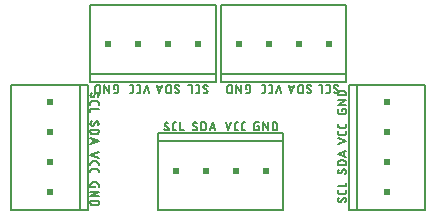
<source format=gto>
G75*
%MOIN*%
%OFA0B0*%
%FSLAX25Y25*%
%IPPOS*%
%LPD*%
%AMOC8*
5,1,8,0,0,1.08239X$1,22.5*
%
%ADD10C,0.00500*%
%ADD11R,0.02000X0.02000*%
D10*
X0001250Y0007485D02*
X0024045Y0007485D01*
X0024045Y0049296D01*
X0026841Y0049296D01*
X0026841Y0007485D01*
X0024045Y0007485D01*
X0027695Y0009819D02*
X0027695Y0010569D01*
X0030395Y0010569D01*
X0030395Y0009819D01*
X0030393Y0009765D01*
X0030387Y0009712D01*
X0030378Y0009660D01*
X0030365Y0009608D01*
X0030348Y0009557D01*
X0030327Y0009507D01*
X0030303Y0009460D01*
X0030276Y0009414D01*
X0030245Y0009370D01*
X0030212Y0009328D01*
X0030175Y0009289D01*
X0030136Y0009252D01*
X0030094Y0009219D01*
X0030050Y0009188D01*
X0030004Y0009161D01*
X0029957Y0009137D01*
X0029907Y0009116D01*
X0029856Y0009099D01*
X0029804Y0009086D01*
X0029752Y0009077D01*
X0029699Y0009071D01*
X0029645Y0009069D01*
X0028445Y0009069D01*
X0028391Y0009071D01*
X0028338Y0009077D01*
X0028286Y0009086D01*
X0028234Y0009099D01*
X0028183Y0009116D01*
X0028133Y0009137D01*
X0028086Y0009161D01*
X0028040Y0009188D01*
X0027996Y0009219D01*
X0027954Y0009252D01*
X0027915Y0009289D01*
X0027878Y0009328D01*
X0027845Y0009370D01*
X0027814Y0009414D01*
X0027787Y0009460D01*
X0027763Y0009507D01*
X0027742Y0009557D01*
X0027725Y0009608D01*
X0027712Y0009660D01*
X0027703Y0009712D01*
X0027697Y0009765D01*
X0027695Y0009819D01*
X0027695Y0012141D02*
X0030395Y0012141D01*
X0030395Y0013641D02*
X0027695Y0013641D01*
X0027695Y0012141D02*
X0030395Y0013641D01*
X0030395Y0015213D02*
X0030395Y0016113D01*
X0030393Y0016160D01*
X0030388Y0016207D01*
X0030378Y0016253D01*
X0030366Y0016298D01*
X0030349Y0016343D01*
X0030330Y0016385D01*
X0030307Y0016426D01*
X0030280Y0016466D01*
X0030251Y0016503D01*
X0030219Y0016537D01*
X0030185Y0016569D01*
X0030148Y0016598D01*
X0030108Y0016625D01*
X0030067Y0016648D01*
X0030025Y0016667D01*
X0029980Y0016684D01*
X0029935Y0016696D01*
X0029889Y0016706D01*
X0029842Y0016711D01*
X0029795Y0016713D01*
X0028295Y0016713D01*
X0028248Y0016711D01*
X0028201Y0016706D01*
X0028155Y0016696D01*
X0028110Y0016684D01*
X0028065Y0016667D01*
X0028023Y0016648D01*
X0027982Y0016625D01*
X0027942Y0016598D01*
X0027905Y0016569D01*
X0027871Y0016537D01*
X0027839Y0016503D01*
X0027810Y0016466D01*
X0027783Y0016426D01*
X0027760Y0016385D01*
X0027741Y0016343D01*
X0027724Y0016298D01*
X0027712Y0016253D01*
X0027702Y0016207D01*
X0027697Y0016160D01*
X0027695Y0016113D01*
X0027695Y0015213D01*
X0029195Y0015213D01*
X0029195Y0015663D01*
X0030395Y0020082D02*
X0030395Y0020682D01*
X0030393Y0020729D01*
X0030388Y0020776D01*
X0030378Y0020822D01*
X0030366Y0020867D01*
X0030349Y0020912D01*
X0030330Y0020954D01*
X0030307Y0020995D01*
X0030280Y0021035D01*
X0030251Y0021072D01*
X0030219Y0021106D01*
X0030185Y0021138D01*
X0030148Y0021167D01*
X0030108Y0021194D01*
X0030067Y0021217D01*
X0030025Y0021236D01*
X0029980Y0021253D01*
X0029935Y0021265D01*
X0029889Y0021275D01*
X0029842Y0021280D01*
X0029795Y0021282D01*
X0028295Y0021282D01*
X0028248Y0021280D01*
X0028201Y0021275D01*
X0028155Y0021265D01*
X0028110Y0021253D01*
X0028065Y0021236D01*
X0028023Y0021217D01*
X0027982Y0021194D01*
X0027942Y0021167D01*
X0027905Y0021138D01*
X0027871Y0021106D01*
X0027839Y0021072D01*
X0027810Y0021035D01*
X0027783Y0020995D01*
X0027760Y0020954D01*
X0027741Y0020912D01*
X0027724Y0020867D01*
X0027712Y0020822D01*
X0027702Y0020776D01*
X0027697Y0020729D01*
X0027695Y0020682D01*
X0027695Y0020082D01*
X0027695Y0022482D02*
X0027695Y0023082D01*
X0027697Y0023129D01*
X0027702Y0023176D01*
X0027712Y0023222D01*
X0027724Y0023267D01*
X0027741Y0023312D01*
X0027760Y0023354D01*
X0027783Y0023395D01*
X0027810Y0023435D01*
X0027839Y0023472D01*
X0027871Y0023506D01*
X0027905Y0023538D01*
X0027942Y0023567D01*
X0027982Y0023594D01*
X0028023Y0023617D01*
X0028065Y0023636D01*
X0028110Y0023653D01*
X0028155Y0023665D01*
X0028201Y0023675D01*
X0028248Y0023680D01*
X0028295Y0023682D01*
X0029795Y0023682D01*
X0029842Y0023680D01*
X0029889Y0023675D01*
X0029935Y0023665D01*
X0029980Y0023653D01*
X0030025Y0023636D01*
X0030067Y0023617D01*
X0030108Y0023594D01*
X0030148Y0023567D01*
X0030185Y0023538D01*
X0030219Y0023506D01*
X0030251Y0023472D01*
X0030280Y0023435D01*
X0030307Y0023395D01*
X0030330Y0023354D01*
X0030349Y0023312D01*
X0030366Y0023267D01*
X0030378Y0023222D01*
X0030388Y0023176D01*
X0030393Y0023129D01*
X0030395Y0023082D01*
X0030395Y0022482D01*
X0030395Y0024899D02*
X0027695Y0025799D01*
X0030395Y0026699D01*
X0028370Y0029863D02*
X0028370Y0031213D01*
X0027695Y0031438D02*
X0030395Y0030538D01*
X0027695Y0029638D01*
X0028445Y0032764D02*
X0029645Y0032764D01*
X0029699Y0032766D01*
X0029752Y0032772D01*
X0029804Y0032781D01*
X0029856Y0032794D01*
X0029907Y0032811D01*
X0029957Y0032832D01*
X0030004Y0032856D01*
X0030050Y0032883D01*
X0030094Y0032914D01*
X0030136Y0032947D01*
X0030175Y0032984D01*
X0030212Y0033023D01*
X0030245Y0033065D01*
X0030276Y0033109D01*
X0030303Y0033155D01*
X0030327Y0033202D01*
X0030348Y0033252D01*
X0030365Y0033303D01*
X0030378Y0033355D01*
X0030387Y0033407D01*
X0030393Y0033460D01*
X0030395Y0033514D01*
X0030395Y0034264D01*
X0027695Y0034264D01*
X0027695Y0033514D01*
X0027697Y0033460D01*
X0027703Y0033407D01*
X0027712Y0033355D01*
X0027725Y0033303D01*
X0027742Y0033252D01*
X0027763Y0033202D01*
X0027787Y0033155D01*
X0027814Y0033109D01*
X0027845Y0033065D01*
X0027878Y0033023D01*
X0027915Y0032984D01*
X0027954Y0032947D01*
X0027996Y0032914D01*
X0028040Y0032883D01*
X0028086Y0032856D01*
X0028133Y0032832D01*
X0028183Y0032811D01*
X0028234Y0032794D01*
X0028286Y0032781D01*
X0028338Y0032772D01*
X0028391Y0032766D01*
X0028445Y0032764D01*
X0028820Y0035944D02*
X0029270Y0036769D01*
X0030395Y0036469D02*
X0030393Y0036403D01*
X0030387Y0036338D01*
X0030378Y0036273D01*
X0030364Y0036208D01*
X0030347Y0036145D01*
X0030326Y0036082D01*
X0030302Y0036021D01*
X0030274Y0035962D01*
X0030243Y0035904D01*
X0030208Y0035848D01*
X0030170Y0035794D01*
X0029270Y0036768D02*
X0029297Y0036809D01*
X0029326Y0036848D01*
X0029359Y0036884D01*
X0029394Y0036917D01*
X0029432Y0036948D01*
X0029472Y0036975D01*
X0029514Y0036999D01*
X0029558Y0037020D01*
X0029604Y0037037D01*
X0029650Y0037051D01*
X0029698Y0037060D01*
X0029746Y0037066D01*
X0029795Y0037068D01*
X0029795Y0037069D02*
X0029842Y0037067D01*
X0029889Y0037062D01*
X0029935Y0037052D01*
X0029980Y0037040D01*
X0030025Y0037023D01*
X0030067Y0037004D01*
X0030108Y0036981D01*
X0030148Y0036954D01*
X0030185Y0036925D01*
X0030219Y0036893D01*
X0030251Y0036859D01*
X0030280Y0036822D01*
X0030307Y0036782D01*
X0030330Y0036741D01*
X0030349Y0036699D01*
X0030366Y0036654D01*
X0030378Y0036609D01*
X0030388Y0036563D01*
X0030393Y0036516D01*
X0030395Y0036469D01*
X0028071Y0037144D02*
X0028025Y0037095D01*
X0027981Y0037045D01*
X0027940Y0036992D01*
X0027903Y0036937D01*
X0027868Y0036881D01*
X0027836Y0036822D01*
X0027807Y0036762D01*
X0027781Y0036700D01*
X0027759Y0036638D01*
X0027740Y0036574D01*
X0027724Y0036509D01*
X0027712Y0036443D01*
X0027703Y0036377D01*
X0027698Y0036311D01*
X0027696Y0036244D01*
X0027695Y0036244D02*
X0027697Y0036197D01*
X0027702Y0036150D01*
X0027712Y0036104D01*
X0027724Y0036059D01*
X0027741Y0036014D01*
X0027760Y0035972D01*
X0027783Y0035931D01*
X0027810Y0035891D01*
X0027839Y0035854D01*
X0027871Y0035820D01*
X0027905Y0035788D01*
X0027942Y0035759D01*
X0027982Y0035732D01*
X0028023Y0035709D01*
X0028065Y0035690D01*
X0028110Y0035673D01*
X0028155Y0035661D01*
X0028201Y0035651D01*
X0028248Y0035646D01*
X0028295Y0035644D01*
X0028344Y0035646D01*
X0028392Y0035652D01*
X0028440Y0035661D01*
X0028486Y0035675D01*
X0028532Y0035692D01*
X0028576Y0035713D01*
X0028618Y0035737D01*
X0028658Y0035764D01*
X0028696Y0035795D01*
X0028731Y0035828D01*
X0028764Y0035864D01*
X0028793Y0035903D01*
X0028820Y0035944D01*
X0027695Y0040146D02*
X0027695Y0041346D01*
X0030395Y0041346D01*
X0030395Y0042663D02*
X0030395Y0043263D01*
X0030393Y0043310D01*
X0030388Y0043357D01*
X0030378Y0043403D01*
X0030366Y0043448D01*
X0030349Y0043493D01*
X0030330Y0043535D01*
X0030307Y0043576D01*
X0030280Y0043616D01*
X0030251Y0043653D01*
X0030219Y0043687D01*
X0030185Y0043719D01*
X0030148Y0043748D01*
X0030108Y0043775D01*
X0030067Y0043798D01*
X0030025Y0043817D01*
X0029980Y0043834D01*
X0029935Y0043846D01*
X0029889Y0043856D01*
X0029842Y0043861D01*
X0029795Y0043863D01*
X0028295Y0043863D01*
X0028248Y0043861D01*
X0028201Y0043856D01*
X0028155Y0043846D01*
X0028110Y0043834D01*
X0028065Y0043817D01*
X0028023Y0043798D01*
X0027982Y0043775D01*
X0027942Y0043748D01*
X0027905Y0043719D01*
X0027871Y0043687D01*
X0027839Y0043653D01*
X0027810Y0043616D01*
X0027783Y0043576D01*
X0027760Y0043535D01*
X0027741Y0043493D01*
X0027724Y0043448D01*
X0027712Y0043403D01*
X0027702Y0043357D01*
X0027697Y0043310D01*
X0027695Y0043263D01*
X0027695Y0042663D01*
X0028820Y0045435D02*
X0029270Y0046260D01*
X0030395Y0045960D02*
X0030393Y0045894D01*
X0030387Y0045829D01*
X0030378Y0045764D01*
X0030364Y0045699D01*
X0030347Y0045636D01*
X0030326Y0045573D01*
X0030302Y0045512D01*
X0030274Y0045453D01*
X0030243Y0045395D01*
X0030208Y0045339D01*
X0030170Y0045285D01*
X0029270Y0046259D02*
X0029297Y0046300D01*
X0029326Y0046339D01*
X0029359Y0046375D01*
X0029394Y0046408D01*
X0029432Y0046439D01*
X0029472Y0046466D01*
X0029514Y0046490D01*
X0029558Y0046511D01*
X0029604Y0046528D01*
X0029650Y0046542D01*
X0029698Y0046551D01*
X0029746Y0046557D01*
X0029795Y0046559D01*
X0029973Y0046541D02*
X0030723Y0046541D01*
X0030723Y0049241D01*
X0029973Y0049241D01*
X0029919Y0049239D01*
X0029866Y0049233D01*
X0029814Y0049224D01*
X0029762Y0049211D01*
X0029711Y0049194D01*
X0029661Y0049173D01*
X0029614Y0049149D01*
X0029568Y0049122D01*
X0029524Y0049091D01*
X0029482Y0049058D01*
X0029443Y0049021D01*
X0029406Y0048982D01*
X0029373Y0048940D01*
X0029342Y0048896D01*
X0029315Y0048850D01*
X0029291Y0048803D01*
X0029270Y0048753D01*
X0029253Y0048702D01*
X0029240Y0048650D01*
X0029231Y0048598D01*
X0029225Y0048545D01*
X0029223Y0048491D01*
X0029223Y0047291D01*
X0029225Y0047237D01*
X0029231Y0047184D01*
X0029240Y0047132D01*
X0029253Y0047080D01*
X0029270Y0047029D01*
X0029291Y0046979D01*
X0029315Y0046932D01*
X0029342Y0046886D01*
X0029373Y0046842D01*
X0029406Y0046800D01*
X0029443Y0046761D01*
X0029482Y0046724D01*
X0029524Y0046691D01*
X0029568Y0046660D01*
X0029614Y0046633D01*
X0029661Y0046609D01*
X0029711Y0046588D01*
X0029762Y0046571D01*
X0029814Y0046558D01*
X0029866Y0046549D01*
X0029919Y0046543D01*
X0029973Y0046541D01*
X0029795Y0046560D02*
X0029842Y0046558D01*
X0029889Y0046553D01*
X0029935Y0046543D01*
X0029980Y0046531D01*
X0030025Y0046514D01*
X0030067Y0046495D01*
X0030108Y0046472D01*
X0030148Y0046445D01*
X0030185Y0046416D01*
X0030219Y0046384D01*
X0030251Y0046350D01*
X0030280Y0046313D01*
X0030307Y0046273D01*
X0030330Y0046232D01*
X0030349Y0046190D01*
X0030366Y0046145D01*
X0030378Y0046100D01*
X0030388Y0046054D01*
X0030393Y0046007D01*
X0030395Y0045960D01*
X0028071Y0046635D02*
X0028025Y0046586D01*
X0027981Y0046536D01*
X0027940Y0046483D01*
X0027903Y0046428D01*
X0027868Y0046372D01*
X0027836Y0046313D01*
X0027807Y0046253D01*
X0027781Y0046191D01*
X0027759Y0046129D01*
X0027740Y0046065D01*
X0027724Y0046000D01*
X0027712Y0045934D01*
X0027703Y0045868D01*
X0027698Y0045802D01*
X0027696Y0045735D01*
X0027695Y0045735D02*
X0027697Y0045688D01*
X0027702Y0045641D01*
X0027712Y0045595D01*
X0027724Y0045550D01*
X0027741Y0045505D01*
X0027760Y0045463D01*
X0027783Y0045422D01*
X0027810Y0045382D01*
X0027839Y0045345D01*
X0027871Y0045311D01*
X0027905Y0045279D01*
X0027942Y0045250D01*
X0027982Y0045223D01*
X0028023Y0045200D01*
X0028065Y0045181D01*
X0028110Y0045164D01*
X0028155Y0045152D01*
X0028201Y0045142D01*
X0028248Y0045137D01*
X0028295Y0045135D01*
X0028344Y0045137D01*
X0028392Y0045143D01*
X0028440Y0045152D01*
X0028486Y0045166D01*
X0028532Y0045183D01*
X0028576Y0045204D01*
X0028618Y0045228D01*
X0028658Y0045255D01*
X0028696Y0045286D01*
X0028731Y0045319D01*
X0028764Y0045355D01*
X0028793Y0045394D01*
X0028820Y0045435D01*
X0032295Y0046541D02*
X0032295Y0049241D01*
X0033795Y0046541D01*
X0033795Y0049241D01*
X0035367Y0049241D02*
X0036267Y0049241D01*
X0036314Y0049239D01*
X0036361Y0049234D01*
X0036407Y0049224D01*
X0036452Y0049212D01*
X0036497Y0049195D01*
X0036539Y0049176D01*
X0036580Y0049153D01*
X0036620Y0049126D01*
X0036657Y0049097D01*
X0036691Y0049065D01*
X0036723Y0049031D01*
X0036752Y0048994D01*
X0036779Y0048954D01*
X0036802Y0048913D01*
X0036821Y0048871D01*
X0036838Y0048826D01*
X0036850Y0048781D01*
X0036860Y0048735D01*
X0036865Y0048688D01*
X0036867Y0048641D01*
X0036867Y0047141D01*
X0036865Y0047094D01*
X0036860Y0047047D01*
X0036850Y0047001D01*
X0036838Y0046956D01*
X0036821Y0046911D01*
X0036802Y0046869D01*
X0036779Y0046828D01*
X0036752Y0046788D01*
X0036723Y0046751D01*
X0036691Y0046717D01*
X0036657Y0046685D01*
X0036620Y0046656D01*
X0036580Y0046629D01*
X0036539Y0046606D01*
X0036497Y0046587D01*
X0036452Y0046570D01*
X0036407Y0046558D01*
X0036361Y0046548D01*
X0036314Y0046543D01*
X0036267Y0046541D01*
X0035367Y0046541D01*
X0035367Y0047741D02*
X0035367Y0049241D01*
X0035367Y0047741D02*
X0035817Y0047741D01*
X0040736Y0046541D02*
X0041336Y0046541D01*
X0041383Y0046543D01*
X0041430Y0046548D01*
X0041476Y0046558D01*
X0041521Y0046570D01*
X0041566Y0046587D01*
X0041608Y0046606D01*
X0041649Y0046629D01*
X0041689Y0046656D01*
X0041726Y0046685D01*
X0041760Y0046717D01*
X0041792Y0046751D01*
X0041821Y0046788D01*
X0041848Y0046828D01*
X0041871Y0046869D01*
X0041890Y0046911D01*
X0041907Y0046956D01*
X0041919Y0047001D01*
X0041929Y0047047D01*
X0041934Y0047094D01*
X0041936Y0047141D01*
X0041936Y0048641D01*
X0041934Y0048688D01*
X0041929Y0048735D01*
X0041919Y0048781D01*
X0041907Y0048826D01*
X0041890Y0048871D01*
X0041871Y0048913D01*
X0041848Y0048954D01*
X0041821Y0048994D01*
X0041792Y0049031D01*
X0041760Y0049065D01*
X0041726Y0049097D01*
X0041689Y0049126D01*
X0041649Y0049153D01*
X0041608Y0049176D01*
X0041566Y0049195D01*
X0041521Y0049212D01*
X0041476Y0049224D01*
X0041430Y0049234D01*
X0041383Y0049239D01*
X0041336Y0049241D01*
X0040736Y0049241D01*
X0043136Y0049241D02*
X0043736Y0049241D01*
X0043783Y0049239D01*
X0043830Y0049234D01*
X0043876Y0049224D01*
X0043921Y0049212D01*
X0043966Y0049195D01*
X0044008Y0049176D01*
X0044049Y0049153D01*
X0044089Y0049126D01*
X0044126Y0049097D01*
X0044160Y0049065D01*
X0044192Y0049031D01*
X0044221Y0048994D01*
X0044248Y0048954D01*
X0044271Y0048913D01*
X0044290Y0048871D01*
X0044307Y0048826D01*
X0044319Y0048781D01*
X0044329Y0048735D01*
X0044334Y0048688D01*
X0044336Y0048641D01*
X0044336Y0047141D01*
X0044334Y0047094D01*
X0044329Y0047047D01*
X0044319Y0047001D01*
X0044307Y0046956D01*
X0044290Y0046911D01*
X0044271Y0046869D01*
X0044248Y0046828D01*
X0044221Y0046788D01*
X0044192Y0046751D01*
X0044160Y0046717D01*
X0044126Y0046685D01*
X0044089Y0046656D01*
X0044049Y0046629D01*
X0044008Y0046606D01*
X0043966Y0046587D01*
X0043921Y0046570D01*
X0043876Y0046558D01*
X0043830Y0046548D01*
X0043783Y0046543D01*
X0043736Y0046541D01*
X0043136Y0046541D01*
X0045554Y0046541D02*
X0046454Y0049241D01*
X0047354Y0046541D01*
X0050017Y0048566D02*
X0051367Y0048566D01*
X0051592Y0049241D02*
X0050692Y0046541D01*
X0049792Y0049241D01*
X0052918Y0048491D02*
X0052918Y0047291D01*
X0052920Y0047237D01*
X0052926Y0047184D01*
X0052935Y0047132D01*
X0052948Y0047080D01*
X0052965Y0047029D01*
X0052986Y0046979D01*
X0053010Y0046932D01*
X0053037Y0046886D01*
X0053068Y0046842D01*
X0053101Y0046800D01*
X0053138Y0046761D01*
X0053177Y0046724D01*
X0053219Y0046691D01*
X0053263Y0046660D01*
X0053309Y0046633D01*
X0053356Y0046609D01*
X0053406Y0046588D01*
X0053457Y0046571D01*
X0053509Y0046558D01*
X0053561Y0046549D01*
X0053614Y0046543D01*
X0053668Y0046541D01*
X0054418Y0046541D01*
X0054418Y0049241D01*
X0053668Y0049241D01*
X0053614Y0049239D01*
X0053561Y0049233D01*
X0053509Y0049224D01*
X0053457Y0049211D01*
X0053406Y0049194D01*
X0053356Y0049173D01*
X0053309Y0049149D01*
X0053263Y0049122D01*
X0053219Y0049091D01*
X0053177Y0049058D01*
X0053138Y0049021D01*
X0053101Y0048982D01*
X0053068Y0048940D01*
X0053037Y0048896D01*
X0053010Y0048850D01*
X0052986Y0048803D01*
X0052965Y0048753D01*
X0052948Y0048702D01*
X0052935Y0048650D01*
X0052926Y0048598D01*
X0052920Y0048545D01*
X0052918Y0048491D01*
X0056098Y0048116D02*
X0056923Y0047666D01*
X0056623Y0046541D02*
X0056557Y0046543D01*
X0056492Y0046549D01*
X0056427Y0046558D01*
X0056362Y0046572D01*
X0056299Y0046589D01*
X0056236Y0046610D01*
X0056175Y0046634D01*
X0056116Y0046662D01*
X0056058Y0046693D01*
X0056002Y0046728D01*
X0055948Y0046766D01*
X0056923Y0047666D02*
X0056964Y0047639D01*
X0057003Y0047610D01*
X0057039Y0047577D01*
X0057072Y0047542D01*
X0057103Y0047504D01*
X0057130Y0047464D01*
X0057154Y0047422D01*
X0057175Y0047378D01*
X0057192Y0047332D01*
X0057206Y0047286D01*
X0057215Y0047238D01*
X0057221Y0047190D01*
X0057223Y0047141D01*
X0057221Y0047094D01*
X0057216Y0047047D01*
X0057206Y0047001D01*
X0057194Y0046956D01*
X0057177Y0046911D01*
X0057158Y0046869D01*
X0057135Y0046828D01*
X0057108Y0046788D01*
X0057079Y0046751D01*
X0057047Y0046717D01*
X0057013Y0046685D01*
X0056976Y0046656D01*
X0056936Y0046629D01*
X0056895Y0046606D01*
X0056853Y0046587D01*
X0056808Y0046570D01*
X0056763Y0046558D01*
X0056717Y0046548D01*
X0056670Y0046543D01*
X0056623Y0046541D01*
X0057298Y0048865D02*
X0057249Y0048911D01*
X0057199Y0048955D01*
X0057146Y0048996D01*
X0057091Y0049033D01*
X0057035Y0049068D01*
X0056976Y0049100D01*
X0056916Y0049129D01*
X0056854Y0049155D01*
X0056792Y0049177D01*
X0056728Y0049196D01*
X0056663Y0049212D01*
X0056597Y0049224D01*
X0056531Y0049233D01*
X0056465Y0049238D01*
X0056398Y0049240D01*
X0056398Y0049241D02*
X0056351Y0049239D01*
X0056304Y0049234D01*
X0056258Y0049224D01*
X0056213Y0049212D01*
X0056168Y0049195D01*
X0056126Y0049176D01*
X0056085Y0049153D01*
X0056045Y0049126D01*
X0056008Y0049097D01*
X0055974Y0049065D01*
X0055942Y0049031D01*
X0055913Y0048994D01*
X0055886Y0048954D01*
X0055863Y0048913D01*
X0055844Y0048871D01*
X0055827Y0048826D01*
X0055815Y0048781D01*
X0055805Y0048735D01*
X0055800Y0048688D01*
X0055798Y0048641D01*
X0055799Y0048641D02*
X0055801Y0048592D01*
X0055807Y0048544D01*
X0055816Y0048496D01*
X0055830Y0048450D01*
X0055847Y0048404D01*
X0055868Y0048360D01*
X0055892Y0048318D01*
X0055919Y0048278D01*
X0055950Y0048240D01*
X0055983Y0048205D01*
X0056019Y0048172D01*
X0056058Y0048143D01*
X0056099Y0048116D01*
X0060301Y0049241D02*
X0061501Y0049241D01*
X0061501Y0046541D01*
X0062818Y0046541D02*
X0063418Y0046541D01*
X0063465Y0046543D01*
X0063512Y0046548D01*
X0063558Y0046558D01*
X0063603Y0046570D01*
X0063648Y0046587D01*
X0063690Y0046606D01*
X0063731Y0046629D01*
X0063771Y0046656D01*
X0063808Y0046685D01*
X0063842Y0046717D01*
X0063874Y0046751D01*
X0063903Y0046788D01*
X0063930Y0046828D01*
X0063953Y0046869D01*
X0063972Y0046911D01*
X0063989Y0046956D01*
X0064001Y0047001D01*
X0064011Y0047047D01*
X0064016Y0047094D01*
X0064018Y0047141D01*
X0064018Y0048641D01*
X0064016Y0048688D01*
X0064011Y0048735D01*
X0064001Y0048781D01*
X0063989Y0048826D01*
X0063972Y0048871D01*
X0063953Y0048913D01*
X0063930Y0048954D01*
X0063903Y0048994D01*
X0063874Y0049031D01*
X0063842Y0049065D01*
X0063808Y0049097D01*
X0063771Y0049126D01*
X0063731Y0049153D01*
X0063690Y0049176D01*
X0063648Y0049195D01*
X0063603Y0049212D01*
X0063558Y0049224D01*
X0063512Y0049234D01*
X0063465Y0049239D01*
X0063418Y0049241D01*
X0062818Y0049241D01*
X0065589Y0048116D02*
X0066414Y0047666D01*
X0066114Y0046541D02*
X0066048Y0046543D01*
X0065983Y0046549D01*
X0065918Y0046558D01*
X0065853Y0046572D01*
X0065790Y0046589D01*
X0065727Y0046610D01*
X0065666Y0046634D01*
X0065607Y0046662D01*
X0065549Y0046693D01*
X0065493Y0046728D01*
X0065439Y0046766D01*
X0066414Y0047666D02*
X0066455Y0047639D01*
X0066494Y0047610D01*
X0066530Y0047577D01*
X0066563Y0047542D01*
X0066594Y0047504D01*
X0066621Y0047464D01*
X0066645Y0047422D01*
X0066666Y0047378D01*
X0066683Y0047332D01*
X0066697Y0047286D01*
X0066706Y0047238D01*
X0066712Y0047190D01*
X0066714Y0047141D01*
X0066712Y0047094D01*
X0066707Y0047047D01*
X0066697Y0047001D01*
X0066685Y0046956D01*
X0066668Y0046911D01*
X0066649Y0046869D01*
X0066626Y0046828D01*
X0066599Y0046788D01*
X0066570Y0046751D01*
X0066538Y0046717D01*
X0066504Y0046685D01*
X0066467Y0046656D01*
X0066427Y0046629D01*
X0066386Y0046606D01*
X0066344Y0046587D01*
X0066299Y0046570D01*
X0066254Y0046558D01*
X0066208Y0046548D01*
X0066161Y0046543D01*
X0066114Y0046541D01*
X0066789Y0048865D02*
X0066740Y0048911D01*
X0066690Y0048955D01*
X0066637Y0048996D01*
X0066582Y0049033D01*
X0066526Y0049068D01*
X0066467Y0049100D01*
X0066407Y0049129D01*
X0066345Y0049155D01*
X0066283Y0049177D01*
X0066219Y0049196D01*
X0066154Y0049212D01*
X0066088Y0049224D01*
X0066022Y0049233D01*
X0065956Y0049238D01*
X0065889Y0049240D01*
X0065889Y0049241D02*
X0065842Y0049239D01*
X0065795Y0049234D01*
X0065749Y0049224D01*
X0065704Y0049212D01*
X0065659Y0049195D01*
X0065617Y0049176D01*
X0065576Y0049153D01*
X0065536Y0049126D01*
X0065499Y0049097D01*
X0065465Y0049065D01*
X0065433Y0049031D01*
X0065404Y0048994D01*
X0065377Y0048954D01*
X0065354Y0048913D01*
X0065335Y0048871D01*
X0065318Y0048826D01*
X0065306Y0048781D01*
X0065296Y0048735D01*
X0065291Y0048688D01*
X0065289Y0048641D01*
X0065290Y0048641D02*
X0065292Y0048592D01*
X0065298Y0048544D01*
X0065307Y0048496D01*
X0065321Y0048450D01*
X0065338Y0048404D01*
X0065359Y0048360D01*
X0065383Y0048318D01*
X0065410Y0048278D01*
X0065441Y0048240D01*
X0065474Y0048205D01*
X0065510Y0048172D01*
X0065549Y0048143D01*
X0065590Y0048116D01*
X0069451Y0050095D02*
X0027640Y0050095D01*
X0027640Y0052891D01*
X0069451Y0052891D01*
X0069451Y0050095D01*
X0071140Y0050095D02*
X0071140Y0052891D01*
X0112951Y0052891D01*
X0112951Y0050095D01*
X0071140Y0050095D01*
X0073223Y0048491D02*
X0073223Y0047291D01*
X0073225Y0047237D01*
X0073231Y0047184D01*
X0073240Y0047132D01*
X0073253Y0047080D01*
X0073270Y0047029D01*
X0073291Y0046979D01*
X0073315Y0046932D01*
X0073342Y0046886D01*
X0073373Y0046842D01*
X0073406Y0046800D01*
X0073443Y0046761D01*
X0073482Y0046724D01*
X0073524Y0046691D01*
X0073568Y0046660D01*
X0073614Y0046633D01*
X0073661Y0046609D01*
X0073711Y0046588D01*
X0073762Y0046571D01*
X0073814Y0046558D01*
X0073866Y0046549D01*
X0073919Y0046543D01*
X0073973Y0046541D01*
X0074723Y0046541D01*
X0074723Y0049241D01*
X0073973Y0049241D01*
X0073919Y0049239D01*
X0073866Y0049233D01*
X0073814Y0049224D01*
X0073762Y0049211D01*
X0073711Y0049194D01*
X0073661Y0049173D01*
X0073614Y0049149D01*
X0073568Y0049122D01*
X0073524Y0049091D01*
X0073482Y0049058D01*
X0073443Y0049021D01*
X0073406Y0048982D01*
X0073373Y0048940D01*
X0073342Y0048896D01*
X0073315Y0048850D01*
X0073291Y0048803D01*
X0073270Y0048753D01*
X0073253Y0048702D01*
X0073240Y0048650D01*
X0073231Y0048598D01*
X0073225Y0048545D01*
X0073223Y0048491D01*
X0076295Y0049241D02*
X0076295Y0046541D01*
X0077795Y0046541D02*
X0076295Y0049241D01*
X0077795Y0049241D02*
X0077795Y0046541D01*
X0079367Y0046541D02*
X0080267Y0046541D01*
X0080314Y0046543D01*
X0080361Y0046548D01*
X0080407Y0046558D01*
X0080452Y0046570D01*
X0080497Y0046587D01*
X0080539Y0046606D01*
X0080580Y0046629D01*
X0080620Y0046656D01*
X0080657Y0046685D01*
X0080691Y0046717D01*
X0080723Y0046751D01*
X0080752Y0046788D01*
X0080779Y0046828D01*
X0080802Y0046869D01*
X0080821Y0046911D01*
X0080838Y0046956D01*
X0080850Y0047001D01*
X0080860Y0047047D01*
X0080865Y0047094D01*
X0080867Y0047141D01*
X0080867Y0048641D01*
X0080865Y0048688D01*
X0080860Y0048735D01*
X0080850Y0048781D01*
X0080838Y0048826D01*
X0080821Y0048871D01*
X0080802Y0048913D01*
X0080779Y0048954D01*
X0080752Y0048994D01*
X0080723Y0049031D01*
X0080691Y0049065D01*
X0080657Y0049097D01*
X0080620Y0049126D01*
X0080580Y0049153D01*
X0080539Y0049176D01*
X0080497Y0049195D01*
X0080452Y0049212D01*
X0080407Y0049224D01*
X0080361Y0049234D01*
X0080314Y0049239D01*
X0080267Y0049241D01*
X0079367Y0049241D01*
X0079367Y0047741D01*
X0079817Y0047741D01*
X0084736Y0046541D02*
X0085336Y0046541D01*
X0085383Y0046543D01*
X0085430Y0046548D01*
X0085476Y0046558D01*
X0085521Y0046570D01*
X0085566Y0046587D01*
X0085608Y0046606D01*
X0085649Y0046629D01*
X0085689Y0046656D01*
X0085726Y0046685D01*
X0085760Y0046717D01*
X0085792Y0046751D01*
X0085821Y0046788D01*
X0085848Y0046828D01*
X0085871Y0046869D01*
X0085890Y0046911D01*
X0085907Y0046956D01*
X0085919Y0047001D01*
X0085929Y0047047D01*
X0085934Y0047094D01*
X0085936Y0047141D01*
X0085936Y0048641D01*
X0085934Y0048688D01*
X0085929Y0048735D01*
X0085919Y0048781D01*
X0085907Y0048826D01*
X0085890Y0048871D01*
X0085871Y0048913D01*
X0085848Y0048954D01*
X0085821Y0048994D01*
X0085792Y0049031D01*
X0085760Y0049065D01*
X0085726Y0049097D01*
X0085689Y0049126D01*
X0085649Y0049153D01*
X0085608Y0049176D01*
X0085566Y0049195D01*
X0085521Y0049212D01*
X0085476Y0049224D01*
X0085430Y0049234D01*
X0085383Y0049239D01*
X0085336Y0049241D01*
X0084736Y0049241D01*
X0087136Y0049241D02*
X0087736Y0049241D01*
X0087783Y0049239D01*
X0087830Y0049234D01*
X0087876Y0049224D01*
X0087921Y0049212D01*
X0087966Y0049195D01*
X0088008Y0049176D01*
X0088049Y0049153D01*
X0088089Y0049126D01*
X0088126Y0049097D01*
X0088160Y0049065D01*
X0088192Y0049031D01*
X0088221Y0048994D01*
X0088248Y0048954D01*
X0088271Y0048913D01*
X0088290Y0048871D01*
X0088307Y0048826D01*
X0088319Y0048781D01*
X0088329Y0048735D01*
X0088334Y0048688D01*
X0088336Y0048641D01*
X0088336Y0047141D01*
X0088334Y0047094D01*
X0088329Y0047047D01*
X0088319Y0047001D01*
X0088307Y0046956D01*
X0088290Y0046911D01*
X0088271Y0046869D01*
X0088248Y0046828D01*
X0088221Y0046788D01*
X0088192Y0046751D01*
X0088160Y0046717D01*
X0088126Y0046685D01*
X0088089Y0046656D01*
X0088049Y0046629D01*
X0088008Y0046606D01*
X0087966Y0046587D01*
X0087921Y0046570D01*
X0087876Y0046558D01*
X0087830Y0046548D01*
X0087783Y0046543D01*
X0087736Y0046541D01*
X0087136Y0046541D01*
X0089554Y0046541D02*
X0090454Y0049241D01*
X0091354Y0046541D01*
X0094017Y0048566D02*
X0095367Y0048566D01*
X0095592Y0049241D02*
X0094692Y0046541D01*
X0093792Y0049241D01*
X0096918Y0048491D02*
X0096918Y0047291D01*
X0096920Y0047237D01*
X0096926Y0047184D01*
X0096935Y0047132D01*
X0096948Y0047080D01*
X0096965Y0047029D01*
X0096986Y0046979D01*
X0097010Y0046932D01*
X0097037Y0046886D01*
X0097068Y0046842D01*
X0097101Y0046800D01*
X0097138Y0046761D01*
X0097177Y0046724D01*
X0097219Y0046691D01*
X0097263Y0046660D01*
X0097309Y0046633D01*
X0097356Y0046609D01*
X0097406Y0046588D01*
X0097457Y0046571D01*
X0097509Y0046558D01*
X0097561Y0046549D01*
X0097614Y0046543D01*
X0097668Y0046541D01*
X0098418Y0046541D01*
X0098418Y0049241D01*
X0097668Y0049241D01*
X0097614Y0049239D01*
X0097561Y0049233D01*
X0097509Y0049224D01*
X0097457Y0049211D01*
X0097406Y0049194D01*
X0097356Y0049173D01*
X0097309Y0049149D01*
X0097263Y0049122D01*
X0097219Y0049091D01*
X0097177Y0049058D01*
X0097138Y0049021D01*
X0097101Y0048982D01*
X0097068Y0048940D01*
X0097037Y0048896D01*
X0097010Y0048850D01*
X0096986Y0048803D01*
X0096965Y0048753D01*
X0096948Y0048702D01*
X0096935Y0048650D01*
X0096926Y0048598D01*
X0096920Y0048545D01*
X0096918Y0048491D01*
X0100098Y0048116D02*
X0100923Y0047666D01*
X0100623Y0046541D02*
X0100557Y0046543D01*
X0100492Y0046549D01*
X0100427Y0046558D01*
X0100362Y0046572D01*
X0100299Y0046589D01*
X0100236Y0046610D01*
X0100175Y0046634D01*
X0100116Y0046662D01*
X0100058Y0046693D01*
X0100002Y0046728D01*
X0099948Y0046766D01*
X0100923Y0047666D02*
X0100964Y0047639D01*
X0101003Y0047610D01*
X0101039Y0047577D01*
X0101072Y0047542D01*
X0101103Y0047504D01*
X0101130Y0047464D01*
X0101154Y0047422D01*
X0101175Y0047378D01*
X0101192Y0047332D01*
X0101206Y0047286D01*
X0101215Y0047238D01*
X0101221Y0047190D01*
X0101223Y0047141D01*
X0101221Y0047094D01*
X0101216Y0047047D01*
X0101206Y0047001D01*
X0101194Y0046956D01*
X0101177Y0046911D01*
X0101158Y0046869D01*
X0101135Y0046828D01*
X0101108Y0046788D01*
X0101079Y0046751D01*
X0101047Y0046717D01*
X0101013Y0046685D01*
X0100976Y0046656D01*
X0100936Y0046629D01*
X0100895Y0046606D01*
X0100853Y0046587D01*
X0100808Y0046570D01*
X0100763Y0046558D01*
X0100717Y0046548D01*
X0100670Y0046543D01*
X0100623Y0046541D01*
X0101298Y0048865D02*
X0101249Y0048911D01*
X0101199Y0048955D01*
X0101146Y0048996D01*
X0101091Y0049033D01*
X0101035Y0049068D01*
X0100976Y0049100D01*
X0100916Y0049129D01*
X0100854Y0049155D01*
X0100792Y0049177D01*
X0100728Y0049196D01*
X0100663Y0049212D01*
X0100597Y0049224D01*
X0100531Y0049233D01*
X0100465Y0049238D01*
X0100398Y0049240D01*
X0100398Y0049241D02*
X0100351Y0049239D01*
X0100304Y0049234D01*
X0100258Y0049224D01*
X0100213Y0049212D01*
X0100168Y0049195D01*
X0100126Y0049176D01*
X0100085Y0049153D01*
X0100045Y0049126D01*
X0100008Y0049097D01*
X0099974Y0049065D01*
X0099942Y0049031D01*
X0099913Y0048994D01*
X0099886Y0048954D01*
X0099863Y0048913D01*
X0099844Y0048871D01*
X0099827Y0048826D01*
X0099815Y0048781D01*
X0099805Y0048735D01*
X0099800Y0048688D01*
X0099798Y0048641D01*
X0099799Y0048641D02*
X0099801Y0048592D01*
X0099807Y0048544D01*
X0099816Y0048496D01*
X0099830Y0048450D01*
X0099847Y0048404D01*
X0099868Y0048360D01*
X0099892Y0048318D01*
X0099919Y0048278D01*
X0099950Y0048240D01*
X0099983Y0048205D01*
X0100019Y0048172D01*
X0100058Y0048143D01*
X0100099Y0048116D01*
X0103801Y0049241D02*
X0105001Y0049241D01*
X0105001Y0046541D01*
X0106318Y0046541D02*
X0106918Y0046541D01*
X0106965Y0046543D01*
X0107012Y0046548D01*
X0107058Y0046558D01*
X0107103Y0046570D01*
X0107148Y0046587D01*
X0107190Y0046606D01*
X0107231Y0046629D01*
X0107271Y0046656D01*
X0107308Y0046685D01*
X0107342Y0046717D01*
X0107374Y0046751D01*
X0107403Y0046788D01*
X0107430Y0046828D01*
X0107453Y0046869D01*
X0107472Y0046911D01*
X0107489Y0046956D01*
X0107501Y0047001D01*
X0107511Y0047047D01*
X0107516Y0047094D01*
X0107518Y0047141D01*
X0107518Y0048641D01*
X0107516Y0048688D01*
X0107511Y0048735D01*
X0107501Y0048781D01*
X0107489Y0048826D01*
X0107472Y0048871D01*
X0107453Y0048913D01*
X0107430Y0048954D01*
X0107403Y0048994D01*
X0107374Y0049031D01*
X0107342Y0049065D01*
X0107308Y0049097D01*
X0107271Y0049126D01*
X0107231Y0049153D01*
X0107190Y0049176D01*
X0107148Y0049195D01*
X0107103Y0049212D01*
X0107058Y0049224D01*
X0107012Y0049234D01*
X0106965Y0049239D01*
X0106918Y0049241D01*
X0106318Y0049241D01*
X0109089Y0048116D02*
X0109914Y0047666D01*
X0109614Y0046541D02*
X0109548Y0046543D01*
X0109483Y0046549D01*
X0109418Y0046558D01*
X0109353Y0046572D01*
X0109290Y0046589D01*
X0109227Y0046610D01*
X0109166Y0046634D01*
X0109107Y0046662D01*
X0109049Y0046693D01*
X0108993Y0046728D01*
X0108939Y0046766D01*
X0109914Y0047666D02*
X0109955Y0047639D01*
X0109994Y0047610D01*
X0110030Y0047577D01*
X0110063Y0047542D01*
X0110094Y0047504D01*
X0110121Y0047464D01*
X0110145Y0047422D01*
X0110166Y0047378D01*
X0110183Y0047332D01*
X0110197Y0047286D01*
X0110206Y0047238D01*
X0110212Y0047190D01*
X0110214Y0047141D01*
X0110212Y0047094D01*
X0110207Y0047047D01*
X0110197Y0047001D01*
X0110185Y0046956D01*
X0110168Y0046911D01*
X0110149Y0046869D01*
X0110126Y0046828D01*
X0110099Y0046788D01*
X0110070Y0046751D01*
X0110038Y0046717D01*
X0110004Y0046685D01*
X0109967Y0046656D01*
X0109927Y0046629D01*
X0109886Y0046606D01*
X0109844Y0046587D01*
X0109799Y0046570D01*
X0109754Y0046558D01*
X0109708Y0046548D01*
X0109661Y0046543D01*
X0109614Y0046541D01*
X0110195Y0046463D02*
X0110195Y0045713D01*
X0112895Y0045713D01*
X0112895Y0046463D01*
X0112893Y0046517D01*
X0112887Y0046570D01*
X0112878Y0046622D01*
X0112865Y0046674D01*
X0112848Y0046725D01*
X0112827Y0046775D01*
X0112803Y0046822D01*
X0112776Y0046868D01*
X0112745Y0046912D01*
X0112712Y0046954D01*
X0112675Y0046993D01*
X0112636Y0047030D01*
X0112594Y0047063D01*
X0112550Y0047094D01*
X0112504Y0047121D01*
X0112457Y0047145D01*
X0112407Y0047166D01*
X0112356Y0047183D01*
X0112304Y0047196D01*
X0112252Y0047205D01*
X0112199Y0047211D01*
X0112145Y0047213D01*
X0110945Y0047213D01*
X0110891Y0047211D01*
X0110838Y0047205D01*
X0110786Y0047196D01*
X0110734Y0047183D01*
X0110683Y0047166D01*
X0110633Y0047145D01*
X0110586Y0047121D01*
X0110540Y0047094D01*
X0110496Y0047063D01*
X0110454Y0047030D01*
X0110415Y0046993D01*
X0110378Y0046954D01*
X0110345Y0046912D01*
X0110314Y0046868D01*
X0110287Y0046822D01*
X0110263Y0046775D01*
X0110242Y0046725D01*
X0110225Y0046674D01*
X0110212Y0046622D01*
X0110203Y0046570D01*
X0110197Y0046517D01*
X0110195Y0046463D01*
X0110289Y0048865D02*
X0110240Y0048911D01*
X0110190Y0048955D01*
X0110137Y0048996D01*
X0110082Y0049033D01*
X0110026Y0049068D01*
X0109967Y0049100D01*
X0109907Y0049129D01*
X0109845Y0049155D01*
X0109783Y0049177D01*
X0109719Y0049196D01*
X0109654Y0049212D01*
X0109588Y0049224D01*
X0109522Y0049233D01*
X0109456Y0049238D01*
X0109389Y0049240D01*
X0109389Y0049241D02*
X0109342Y0049239D01*
X0109295Y0049234D01*
X0109249Y0049224D01*
X0109204Y0049212D01*
X0109159Y0049195D01*
X0109117Y0049176D01*
X0109076Y0049153D01*
X0109036Y0049126D01*
X0108999Y0049097D01*
X0108965Y0049065D01*
X0108933Y0049031D01*
X0108904Y0048994D01*
X0108877Y0048954D01*
X0108854Y0048913D01*
X0108835Y0048871D01*
X0108818Y0048826D01*
X0108806Y0048781D01*
X0108796Y0048735D01*
X0108791Y0048688D01*
X0108789Y0048641D01*
X0108790Y0048641D02*
X0108792Y0048592D01*
X0108798Y0048544D01*
X0108807Y0048496D01*
X0108821Y0048450D01*
X0108838Y0048404D01*
X0108859Y0048360D01*
X0108883Y0048318D01*
X0108910Y0048278D01*
X0108941Y0048240D01*
X0108974Y0048205D01*
X0109010Y0048172D01*
X0109049Y0048143D01*
X0109090Y0048116D01*
X0113750Y0049296D02*
X0116545Y0049296D01*
X0116545Y0007485D01*
X0113750Y0007485D01*
X0113750Y0049296D01*
X0116545Y0049296D02*
X0139341Y0049296D01*
X0139341Y0007485D01*
X0116545Y0007485D01*
X0111320Y0010521D02*
X0111770Y0011346D01*
X0112895Y0011046D02*
X0112893Y0010979D01*
X0112888Y0010913D01*
X0112879Y0010847D01*
X0112867Y0010781D01*
X0112851Y0010716D01*
X0112832Y0010652D01*
X0112810Y0010590D01*
X0112784Y0010528D01*
X0112755Y0010468D01*
X0112723Y0010409D01*
X0112688Y0010353D01*
X0112651Y0010298D01*
X0112610Y0010245D01*
X0112566Y0010195D01*
X0112520Y0010146D01*
X0111770Y0011346D02*
X0111797Y0011387D01*
X0111826Y0011426D01*
X0111859Y0011462D01*
X0111894Y0011495D01*
X0111932Y0011526D01*
X0111972Y0011553D01*
X0112014Y0011577D01*
X0112058Y0011598D01*
X0112104Y0011615D01*
X0112150Y0011629D01*
X0112198Y0011638D01*
X0112246Y0011644D01*
X0112295Y0011646D01*
X0112342Y0011644D01*
X0112389Y0011639D01*
X0112435Y0011629D01*
X0112480Y0011617D01*
X0112525Y0011600D01*
X0112567Y0011581D01*
X0112608Y0011558D01*
X0112648Y0011531D01*
X0112685Y0011502D01*
X0112719Y0011470D01*
X0112751Y0011436D01*
X0112780Y0011399D01*
X0112807Y0011359D01*
X0112830Y0011318D01*
X0112849Y0011276D01*
X0112866Y0011231D01*
X0112878Y0011186D01*
X0112888Y0011140D01*
X0112893Y0011093D01*
X0112895Y0011046D01*
X0110420Y0011496D02*
X0110382Y0011442D01*
X0110347Y0011386D01*
X0110316Y0011328D01*
X0110288Y0011269D01*
X0110264Y0011208D01*
X0110243Y0011145D01*
X0110226Y0011082D01*
X0110212Y0011017D01*
X0110203Y0010952D01*
X0110197Y0010887D01*
X0110195Y0010821D01*
X0110197Y0010774D01*
X0110202Y0010727D01*
X0110212Y0010681D01*
X0110224Y0010636D01*
X0110241Y0010591D01*
X0110260Y0010549D01*
X0110283Y0010508D01*
X0110310Y0010468D01*
X0110339Y0010431D01*
X0110371Y0010397D01*
X0110405Y0010365D01*
X0110442Y0010336D01*
X0110482Y0010309D01*
X0110523Y0010286D01*
X0110565Y0010267D01*
X0110610Y0010250D01*
X0110655Y0010238D01*
X0110701Y0010228D01*
X0110748Y0010223D01*
X0110795Y0010221D01*
X0110795Y0010222D02*
X0110844Y0010224D01*
X0110892Y0010230D01*
X0110940Y0010239D01*
X0110986Y0010253D01*
X0111032Y0010270D01*
X0111076Y0010291D01*
X0111118Y0010315D01*
X0111158Y0010342D01*
X0111196Y0010373D01*
X0111231Y0010406D01*
X0111264Y0010442D01*
X0111293Y0010481D01*
X0111320Y0010522D01*
X0110795Y0012918D02*
X0112295Y0012918D01*
X0112342Y0012920D01*
X0112389Y0012925D01*
X0112435Y0012935D01*
X0112480Y0012947D01*
X0112525Y0012964D01*
X0112567Y0012983D01*
X0112608Y0013006D01*
X0112648Y0013033D01*
X0112685Y0013062D01*
X0112719Y0013094D01*
X0112751Y0013128D01*
X0112780Y0013165D01*
X0112807Y0013205D01*
X0112830Y0013246D01*
X0112849Y0013288D01*
X0112866Y0013333D01*
X0112878Y0013378D01*
X0112888Y0013424D01*
X0112893Y0013471D01*
X0112895Y0013518D01*
X0112895Y0014118D01*
X0112895Y0015435D02*
X0110195Y0015435D01*
X0110195Y0014118D02*
X0110195Y0013518D01*
X0110197Y0013471D01*
X0110202Y0013424D01*
X0110212Y0013378D01*
X0110224Y0013333D01*
X0110241Y0013288D01*
X0110260Y0013246D01*
X0110283Y0013205D01*
X0110310Y0013165D01*
X0110339Y0013128D01*
X0110371Y0013094D01*
X0110405Y0013062D01*
X0110442Y0013033D01*
X0110482Y0013006D01*
X0110523Y0012983D01*
X0110565Y0012964D01*
X0110610Y0012947D01*
X0110655Y0012935D01*
X0110701Y0012925D01*
X0110748Y0012920D01*
X0110795Y0012918D01*
X0112895Y0015435D02*
X0112895Y0016635D01*
X0111320Y0020013D02*
X0111770Y0020838D01*
X0112895Y0020538D02*
X0112893Y0020471D01*
X0112888Y0020405D01*
X0112879Y0020339D01*
X0112867Y0020273D01*
X0112851Y0020208D01*
X0112832Y0020144D01*
X0112810Y0020082D01*
X0112784Y0020020D01*
X0112755Y0019960D01*
X0112723Y0019901D01*
X0112688Y0019845D01*
X0112651Y0019790D01*
X0112610Y0019737D01*
X0112566Y0019687D01*
X0112520Y0019638D01*
X0111770Y0020837D02*
X0111797Y0020878D01*
X0111826Y0020917D01*
X0111859Y0020953D01*
X0111894Y0020986D01*
X0111932Y0021017D01*
X0111972Y0021044D01*
X0112014Y0021068D01*
X0112058Y0021089D01*
X0112104Y0021106D01*
X0112150Y0021120D01*
X0112198Y0021129D01*
X0112246Y0021135D01*
X0112295Y0021137D01*
X0112295Y0021138D02*
X0112342Y0021136D01*
X0112389Y0021131D01*
X0112435Y0021121D01*
X0112480Y0021109D01*
X0112525Y0021092D01*
X0112567Y0021073D01*
X0112608Y0021050D01*
X0112648Y0021023D01*
X0112685Y0020994D01*
X0112719Y0020962D01*
X0112751Y0020928D01*
X0112780Y0020891D01*
X0112807Y0020851D01*
X0112830Y0020810D01*
X0112849Y0020768D01*
X0112866Y0020723D01*
X0112878Y0020678D01*
X0112888Y0020632D01*
X0112893Y0020585D01*
X0112895Y0020538D01*
X0110420Y0020988D02*
X0110382Y0020934D01*
X0110347Y0020878D01*
X0110316Y0020820D01*
X0110288Y0020761D01*
X0110264Y0020700D01*
X0110243Y0020637D01*
X0110226Y0020574D01*
X0110212Y0020509D01*
X0110203Y0020444D01*
X0110197Y0020379D01*
X0110195Y0020313D01*
X0110197Y0020266D01*
X0110202Y0020219D01*
X0110212Y0020173D01*
X0110224Y0020128D01*
X0110241Y0020083D01*
X0110260Y0020041D01*
X0110283Y0020000D01*
X0110310Y0019960D01*
X0110339Y0019923D01*
X0110371Y0019889D01*
X0110405Y0019857D01*
X0110442Y0019828D01*
X0110482Y0019801D01*
X0110523Y0019778D01*
X0110565Y0019759D01*
X0110610Y0019742D01*
X0110655Y0019730D01*
X0110701Y0019720D01*
X0110748Y0019715D01*
X0110795Y0019713D01*
X0110844Y0019715D01*
X0110892Y0019721D01*
X0110940Y0019730D01*
X0110986Y0019744D01*
X0111032Y0019761D01*
X0111076Y0019782D01*
X0111118Y0019806D01*
X0111158Y0019833D01*
X0111196Y0019864D01*
X0111231Y0019897D01*
X0111264Y0019933D01*
X0111293Y0019972D01*
X0111320Y0020013D01*
X0110195Y0022518D02*
X0110195Y0023268D01*
X0110197Y0023322D01*
X0110203Y0023375D01*
X0110212Y0023427D01*
X0110225Y0023479D01*
X0110242Y0023530D01*
X0110263Y0023580D01*
X0110287Y0023627D01*
X0110314Y0023673D01*
X0110345Y0023717D01*
X0110378Y0023759D01*
X0110415Y0023798D01*
X0110454Y0023835D01*
X0110496Y0023868D01*
X0110540Y0023899D01*
X0110586Y0023926D01*
X0110633Y0023950D01*
X0110683Y0023971D01*
X0110734Y0023988D01*
X0110786Y0024001D01*
X0110838Y0024010D01*
X0110891Y0024016D01*
X0110945Y0024018D01*
X0112145Y0024018D01*
X0112199Y0024016D01*
X0112252Y0024010D01*
X0112304Y0024001D01*
X0112356Y0023988D01*
X0112407Y0023971D01*
X0112457Y0023950D01*
X0112504Y0023926D01*
X0112550Y0023899D01*
X0112594Y0023868D01*
X0112636Y0023835D01*
X0112675Y0023798D01*
X0112712Y0023759D01*
X0112745Y0023717D01*
X0112776Y0023673D01*
X0112803Y0023627D01*
X0112827Y0023580D01*
X0112848Y0023530D01*
X0112865Y0023479D01*
X0112878Y0023427D01*
X0112887Y0023375D01*
X0112893Y0023322D01*
X0112895Y0023268D01*
X0112895Y0022518D01*
X0110195Y0022518D01*
X0110195Y0026244D02*
X0112895Y0025344D01*
X0112220Y0025569D02*
X0112220Y0026919D01*
X0112895Y0027144D02*
X0110195Y0026244D01*
X0110195Y0029582D02*
X0112895Y0030482D01*
X0110195Y0031382D01*
X0110795Y0032599D02*
X0112295Y0032599D01*
X0112342Y0032601D01*
X0112389Y0032606D01*
X0112435Y0032616D01*
X0112480Y0032628D01*
X0112525Y0032645D01*
X0112567Y0032664D01*
X0112608Y0032687D01*
X0112648Y0032714D01*
X0112685Y0032743D01*
X0112719Y0032775D01*
X0112751Y0032809D01*
X0112780Y0032846D01*
X0112807Y0032886D01*
X0112830Y0032927D01*
X0112849Y0032969D01*
X0112866Y0033014D01*
X0112878Y0033059D01*
X0112888Y0033105D01*
X0112893Y0033152D01*
X0112895Y0033199D01*
X0112895Y0033799D01*
X0112295Y0034999D02*
X0110795Y0034999D01*
X0110748Y0035001D01*
X0110701Y0035006D01*
X0110655Y0035016D01*
X0110610Y0035028D01*
X0110565Y0035045D01*
X0110523Y0035064D01*
X0110482Y0035087D01*
X0110442Y0035114D01*
X0110405Y0035143D01*
X0110371Y0035175D01*
X0110339Y0035209D01*
X0110310Y0035246D01*
X0110283Y0035286D01*
X0110260Y0035327D01*
X0110241Y0035369D01*
X0110224Y0035414D01*
X0110212Y0035459D01*
X0110202Y0035505D01*
X0110197Y0035552D01*
X0110195Y0035599D01*
X0110195Y0036199D01*
X0112295Y0034999D02*
X0112342Y0035001D01*
X0112389Y0035006D01*
X0112435Y0035016D01*
X0112480Y0035028D01*
X0112525Y0035045D01*
X0112567Y0035064D01*
X0112608Y0035087D01*
X0112648Y0035114D01*
X0112685Y0035143D01*
X0112719Y0035175D01*
X0112751Y0035209D01*
X0112780Y0035246D01*
X0112807Y0035286D01*
X0112830Y0035327D01*
X0112849Y0035369D01*
X0112866Y0035414D01*
X0112878Y0035459D01*
X0112888Y0035505D01*
X0112893Y0035552D01*
X0112895Y0035599D01*
X0112895Y0036199D01*
X0110195Y0033799D02*
X0110195Y0033199D01*
X0110197Y0033152D01*
X0110202Y0033105D01*
X0110212Y0033059D01*
X0110224Y0033014D01*
X0110241Y0032969D01*
X0110260Y0032927D01*
X0110283Y0032886D01*
X0110310Y0032846D01*
X0110339Y0032809D01*
X0110371Y0032775D01*
X0110405Y0032743D01*
X0110442Y0032714D01*
X0110482Y0032687D01*
X0110523Y0032664D01*
X0110565Y0032645D01*
X0110610Y0032628D01*
X0110655Y0032616D01*
X0110701Y0032606D01*
X0110748Y0032601D01*
X0110795Y0032599D01*
X0110795Y0039569D02*
X0112295Y0039569D01*
X0112342Y0039571D01*
X0112389Y0039576D01*
X0112435Y0039586D01*
X0112480Y0039598D01*
X0112525Y0039615D01*
X0112567Y0039634D01*
X0112608Y0039657D01*
X0112648Y0039684D01*
X0112685Y0039713D01*
X0112719Y0039745D01*
X0112751Y0039779D01*
X0112780Y0039816D01*
X0112807Y0039856D01*
X0112830Y0039897D01*
X0112849Y0039939D01*
X0112866Y0039984D01*
X0112878Y0040029D01*
X0112888Y0040075D01*
X0112893Y0040122D01*
X0112895Y0040169D01*
X0112895Y0041069D01*
X0111395Y0041069D01*
X0111395Y0040619D01*
X0110795Y0039569D02*
X0110748Y0039571D01*
X0110701Y0039576D01*
X0110655Y0039586D01*
X0110610Y0039598D01*
X0110565Y0039615D01*
X0110523Y0039634D01*
X0110482Y0039657D01*
X0110442Y0039684D01*
X0110405Y0039713D01*
X0110371Y0039745D01*
X0110339Y0039779D01*
X0110310Y0039816D01*
X0110283Y0039856D01*
X0110260Y0039897D01*
X0110241Y0039939D01*
X0110224Y0039984D01*
X0110212Y0040029D01*
X0110202Y0040075D01*
X0110197Y0040122D01*
X0110195Y0040169D01*
X0110195Y0041069D01*
X0110195Y0042641D02*
X0112895Y0044141D01*
X0110195Y0044141D01*
X0110195Y0042641D02*
X0112895Y0042641D01*
X0112951Y0052891D02*
X0112951Y0075686D01*
X0071140Y0075686D01*
X0071140Y0052891D01*
X0069451Y0052891D02*
X0069451Y0075686D01*
X0027640Y0075686D01*
X0027640Y0052891D01*
X0024045Y0049296D02*
X0001250Y0049296D01*
X0001250Y0007485D01*
X0050140Y0007595D02*
X0050140Y0030391D01*
X0091951Y0030391D01*
X0091951Y0007595D01*
X0050140Y0007595D01*
X0050140Y0030391D02*
X0050140Y0033186D01*
X0091951Y0033186D01*
X0091951Y0030391D01*
X0089117Y0034041D02*
X0088367Y0034041D01*
X0088367Y0036741D01*
X0089117Y0036741D01*
X0089171Y0036739D01*
X0089224Y0036733D01*
X0089276Y0036724D01*
X0089328Y0036711D01*
X0089379Y0036694D01*
X0089429Y0036673D01*
X0089476Y0036649D01*
X0089522Y0036622D01*
X0089566Y0036591D01*
X0089608Y0036558D01*
X0089647Y0036521D01*
X0089684Y0036482D01*
X0089717Y0036440D01*
X0089748Y0036396D01*
X0089775Y0036350D01*
X0089799Y0036303D01*
X0089820Y0036253D01*
X0089837Y0036202D01*
X0089850Y0036150D01*
X0089859Y0036098D01*
X0089865Y0036045D01*
X0089867Y0035991D01*
X0089867Y0034791D01*
X0089865Y0034737D01*
X0089859Y0034684D01*
X0089850Y0034632D01*
X0089837Y0034580D01*
X0089820Y0034529D01*
X0089799Y0034479D01*
X0089775Y0034432D01*
X0089748Y0034386D01*
X0089717Y0034342D01*
X0089684Y0034300D01*
X0089647Y0034261D01*
X0089608Y0034224D01*
X0089566Y0034191D01*
X0089522Y0034160D01*
X0089476Y0034133D01*
X0089429Y0034109D01*
X0089379Y0034088D01*
X0089328Y0034071D01*
X0089276Y0034058D01*
X0089224Y0034049D01*
X0089171Y0034043D01*
X0089117Y0034041D01*
X0086795Y0034041D02*
X0086795Y0036741D01*
X0085295Y0036741D02*
X0086795Y0034041D01*
X0085295Y0034041D02*
X0085295Y0036741D01*
X0083723Y0036741D02*
X0082823Y0036741D01*
X0082776Y0036739D01*
X0082729Y0036734D01*
X0082683Y0036724D01*
X0082638Y0036712D01*
X0082593Y0036695D01*
X0082551Y0036676D01*
X0082510Y0036653D01*
X0082470Y0036626D01*
X0082433Y0036597D01*
X0082399Y0036565D01*
X0082367Y0036531D01*
X0082338Y0036494D01*
X0082311Y0036454D01*
X0082288Y0036413D01*
X0082269Y0036371D01*
X0082252Y0036326D01*
X0082240Y0036281D01*
X0082230Y0036235D01*
X0082225Y0036188D01*
X0082223Y0036141D01*
X0082223Y0034641D01*
X0082225Y0034594D01*
X0082230Y0034547D01*
X0082240Y0034501D01*
X0082252Y0034456D01*
X0082269Y0034411D01*
X0082288Y0034369D01*
X0082311Y0034328D01*
X0082338Y0034288D01*
X0082367Y0034251D01*
X0082399Y0034217D01*
X0082433Y0034185D01*
X0082470Y0034156D01*
X0082510Y0034129D01*
X0082551Y0034106D01*
X0082593Y0034087D01*
X0082638Y0034070D01*
X0082683Y0034058D01*
X0082729Y0034048D01*
X0082776Y0034043D01*
X0082823Y0034041D01*
X0083723Y0034041D01*
X0083723Y0035541D01*
X0083273Y0035541D01*
X0079354Y0036741D02*
X0078754Y0036741D01*
X0078707Y0036739D01*
X0078660Y0036734D01*
X0078614Y0036724D01*
X0078569Y0036712D01*
X0078524Y0036695D01*
X0078482Y0036676D01*
X0078441Y0036653D01*
X0078401Y0036626D01*
X0078364Y0036597D01*
X0078330Y0036565D01*
X0078298Y0036531D01*
X0078269Y0036494D01*
X0078242Y0036454D01*
X0078219Y0036413D01*
X0078200Y0036371D01*
X0078183Y0036326D01*
X0078171Y0036281D01*
X0078161Y0036235D01*
X0078156Y0036188D01*
X0078154Y0036141D01*
X0078154Y0034641D01*
X0078156Y0034594D01*
X0078161Y0034547D01*
X0078171Y0034501D01*
X0078183Y0034456D01*
X0078200Y0034411D01*
X0078219Y0034369D01*
X0078242Y0034328D01*
X0078269Y0034288D01*
X0078298Y0034251D01*
X0078330Y0034217D01*
X0078364Y0034185D01*
X0078401Y0034156D01*
X0078441Y0034129D01*
X0078482Y0034106D01*
X0078524Y0034087D01*
X0078569Y0034070D01*
X0078614Y0034058D01*
X0078660Y0034048D01*
X0078707Y0034043D01*
X0078754Y0034041D01*
X0079354Y0034041D01*
X0076954Y0034041D02*
X0076354Y0034041D01*
X0076307Y0034043D01*
X0076260Y0034048D01*
X0076214Y0034058D01*
X0076169Y0034070D01*
X0076124Y0034087D01*
X0076082Y0034106D01*
X0076041Y0034129D01*
X0076001Y0034156D01*
X0075964Y0034185D01*
X0075930Y0034217D01*
X0075898Y0034251D01*
X0075869Y0034288D01*
X0075842Y0034328D01*
X0075819Y0034369D01*
X0075800Y0034411D01*
X0075783Y0034456D01*
X0075771Y0034501D01*
X0075761Y0034547D01*
X0075756Y0034594D01*
X0075754Y0034641D01*
X0075754Y0036141D01*
X0075756Y0036188D01*
X0075761Y0036235D01*
X0075771Y0036281D01*
X0075783Y0036326D01*
X0075800Y0036371D01*
X0075819Y0036413D01*
X0075842Y0036454D01*
X0075869Y0036494D01*
X0075898Y0036531D01*
X0075930Y0036565D01*
X0075964Y0036597D01*
X0076001Y0036626D01*
X0076041Y0036653D01*
X0076082Y0036676D01*
X0076124Y0036695D01*
X0076169Y0036712D01*
X0076214Y0036724D01*
X0076260Y0036734D01*
X0076307Y0036739D01*
X0076354Y0036741D01*
X0076954Y0036741D01*
X0074536Y0036741D02*
X0073636Y0034041D01*
X0072736Y0036741D01*
X0069073Y0034716D02*
X0067723Y0034716D01*
X0067498Y0034041D02*
X0068398Y0036741D01*
X0069298Y0034041D01*
X0066172Y0034791D02*
X0066172Y0035991D01*
X0066170Y0036045D01*
X0066164Y0036098D01*
X0066155Y0036150D01*
X0066142Y0036202D01*
X0066125Y0036253D01*
X0066104Y0036303D01*
X0066080Y0036350D01*
X0066053Y0036396D01*
X0066022Y0036440D01*
X0065989Y0036482D01*
X0065952Y0036521D01*
X0065913Y0036558D01*
X0065871Y0036591D01*
X0065827Y0036622D01*
X0065781Y0036649D01*
X0065734Y0036673D01*
X0065684Y0036694D01*
X0065633Y0036711D01*
X0065581Y0036724D01*
X0065529Y0036733D01*
X0065476Y0036739D01*
X0065422Y0036741D01*
X0064672Y0036741D01*
X0064672Y0034041D01*
X0065422Y0034041D01*
X0065476Y0034043D01*
X0065529Y0034049D01*
X0065581Y0034058D01*
X0065633Y0034071D01*
X0065684Y0034088D01*
X0065734Y0034109D01*
X0065781Y0034133D01*
X0065827Y0034160D01*
X0065871Y0034191D01*
X0065913Y0034224D01*
X0065952Y0034261D01*
X0065989Y0034300D01*
X0066022Y0034342D01*
X0066053Y0034386D01*
X0066080Y0034432D01*
X0066104Y0034479D01*
X0066125Y0034529D01*
X0066142Y0034580D01*
X0066155Y0034632D01*
X0066164Y0034684D01*
X0066170Y0034737D01*
X0066172Y0034791D01*
X0062992Y0035166D02*
X0062167Y0035616D01*
X0062467Y0036741D02*
X0062533Y0036739D01*
X0062598Y0036733D01*
X0062663Y0036724D01*
X0062728Y0036710D01*
X0062791Y0036693D01*
X0062854Y0036672D01*
X0062915Y0036648D01*
X0062974Y0036620D01*
X0063032Y0036589D01*
X0063088Y0036554D01*
X0063142Y0036516D01*
X0062168Y0035616D02*
X0062127Y0035643D01*
X0062088Y0035672D01*
X0062052Y0035705D01*
X0062019Y0035740D01*
X0061988Y0035778D01*
X0061961Y0035818D01*
X0061937Y0035860D01*
X0061916Y0035904D01*
X0061899Y0035950D01*
X0061885Y0035996D01*
X0061876Y0036044D01*
X0061870Y0036092D01*
X0061868Y0036141D01*
X0061867Y0036141D02*
X0061869Y0036188D01*
X0061874Y0036235D01*
X0061884Y0036281D01*
X0061896Y0036326D01*
X0061913Y0036371D01*
X0061932Y0036413D01*
X0061955Y0036454D01*
X0061982Y0036494D01*
X0062011Y0036531D01*
X0062043Y0036565D01*
X0062077Y0036597D01*
X0062114Y0036626D01*
X0062154Y0036653D01*
X0062195Y0036676D01*
X0062237Y0036695D01*
X0062282Y0036712D01*
X0062327Y0036724D01*
X0062373Y0036734D01*
X0062420Y0036739D01*
X0062467Y0036741D01*
X0061792Y0034416D02*
X0061841Y0034370D01*
X0061891Y0034326D01*
X0061944Y0034285D01*
X0061999Y0034248D01*
X0062055Y0034213D01*
X0062114Y0034181D01*
X0062174Y0034152D01*
X0062236Y0034126D01*
X0062298Y0034104D01*
X0062362Y0034085D01*
X0062427Y0034069D01*
X0062493Y0034057D01*
X0062559Y0034048D01*
X0062625Y0034043D01*
X0062692Y0034041D01*
X0062739Y0034043D01*
X0062786Y0034048D01*
X0062832Y0034058D01*
X0062877Y0034070D01*
X0062922Y0034087D01*
X0062964Y0034106D01*
X0063005Y0034129D01*
X0063045Y0034156D01*
X0063082Y0034185D01*
X0063116Y0034217D01*
X0063148Y0034251D01*
X0063177Y0034288D01*
X0063204Y0034328D01*
X0063227Y0034369D01*
X0063246Y0034411D01*
X0063263Y0034456D01*
X0063275Y0034501D01*
X0063285Y0034547D01*
X0063290Y0034594D01*
X0063292Y0034641D01*
X0063290Y0034690D01*
X0063284Y0034738D01*
X0063275Y0034786D01*
X0063261Y0034832D01*
X0063244Y0034878D01*
X0063223Y0034922D01*
X0063199Y0034964D01*
X0063172Y0035004D01*
X0063141Y0035042D01*
X0063108Y0035077D01*
X0063072Y0035110D01*
X0063033Y0035139D01*
X0062992Y0035166D01*
X0058789Y0034041D02*
X0057589Y0034041D01*
X0057589Y0036741D01*
X0056273Y0036741D02*
X0055673Y0036741D01*
X0055626Y0036739D01*
X0055579Y0036734D01*
X0055533Y0036724D01*
X0055488Y0036712D01*
X0055443Y0036695D01*
X0055401Y0036676D01*
X0055360Y0036653D01*
X0055320Y0036626D01*
X0055283Y0036597D01*
X0055249Y0036565D01*
X0055217Y0036531D01*
X0055188Y0036494D01*
X0055161Y0036454D01*
X0055138Y0036413D01*
X0055119Y0036371D01*
X0055102Y0036326D01*
X0055090Y0036281D01*
X0055080Y0036235D01*
X0055075Y0036188D01*
X0055073Y0036141D01*
X0055073Y0034641D01*
X0055075Y0034594D01*
X0055080Y0034547D01*
X0055090Y0034501D01*
X0055102Y0034456D01*
X0055119Y0034411D01*
X0055138Y0034369D01*
X0055161Y0034328D01*
X0055188Y0034288D01*
X0055217Y0034251D01*
X0055249Y0034217D01*
X0055283Y0034185D01*
X0055320Y0034156D01*
X0055360Y0034129D01*
X0055401Y0034106D01*
X0055443Y0034087D01*
X0055488Y0034070D01*
X0055533Y0034058D01*
X0055579Y0034048D01*
X0055626Y0034043D01*
X0055673Y0034041D01*
X0056273Y0034041D01*
X0053501Y0035166D02*
X0052676Y0035616D01*
X0052976Y0036741D02*
X0053042Y0036739D01*
X0053107Y0036733D01*
X0053172Y0036724D01*
X0053237Y0036710D01*
X0053300Y0036693D01*
X0053363Y0036672D01*
X0053424Y0036648D01*
X0053483Y0036620D01*
X0053541Y0036589D01*
X0053597Y0036554D01*
X0053651Y0036516D01*
X0052676Y0035616D02*
X0052635Y0035643D01*
X0052596Y0035672D01*
X0052560Y0035705D01*
X0052527Y0035740D01*
X0052496Y0035778D01*
X0052469Y0035818D01*
X0052445Y0035860D01*
X0052424Y0035904D01*
X0052407Y0035950D01*
X0052393Y0035996D01*
X0052384Y0036044D01*
X0052378Y0036092D01*
X0052376Y0036141D01*
X0052378Y0036188D01*
X0052383Y0036235D01*
X0052393Y0036281D01*
X0052405Y0036326D01*
X0052422Y0036371D01*
X0052441Y0036413D01*
X0052464Y0036454D01*
X0052491Y0036494D01*
X0052520Y0036531D01*
X0052552Y0036565D01*
X0052586Y0036597D01*
X0052623Y0036626D01*
X0052663Y0036653D01*
X0052704Y0036676D01*
X0052746Y0036695D01*
X0052791Y0036712D01*
X0052836Y0036724D01*
X0052882Y0036734D01*
X0052929Y0036739D01*
X0052976Y0036741D01*
X0052301Y0034416D02*
X0052350Y0034370D01*
X0052400Y0034326D01*
X0052453Y0034285D01*
X0052508Y0034248D01*
X0052564Y0034213D01*
X0052623Y0034181D01*
X0052683Y0034152D01*
X0052745Y0034126D01*
X0052807Y0034104D01*
X0052871Y0034085D01*
X0052936Y0034069D01*
X0053002Y0034057D01*
X0053068Y0034048D01*
X0053134Y0034043D01*
X0053201Y0034041D01*
X0053248Y0034043D01*
X0053295Y0034048D01*
X0053341Y0034058D01*
X0053386Y0034070D01*
X0053431Y0034087D01*
X0053473Y0034106D01*
X0053514Y0034129D01*
X0053554Y0034156D01*
X0053591Y0034185D01*
X0053625Y0034217D01*
X0053657Y0034251D01*
X0053686Y0034288D01*
X0053713Y0034328D01*
X0053736Y0034369D01*
X0053755Y0034411D01*
X0053772Y0034456D01*
X0053784Y0034501D01*
X0053794Y0034547D01*
X0053799Y0034594D01*
X0053801Y0034641D01*
X0053799Y0034690D01*
X0053793Y0034738D01*
X0053784Y0034786D01*
X0053770Y0034832D01*
X0053753Y0034878D01*
X0053732Y0034922D01*
X0053708Y0034964D01*
X0053681Y0035004D01*
X0053650Y0035042D01*
X0053617Y0035077D01*
X0053581Y0035110D01*
X0053542Y0035139D01*
X0053501Y0035166D01*
D11*
X0056045Y0020391D03*
X0066045Y0020391D03*
X0076045Y0020391D03*
X0086045Y0020391D03*
X0126545Y0023391D03*
X0126545Y0033391D03*
X0126545Y0043391D03*
X0107045Y0062891D03*
X0097045Y0062891D03*
X0087045Y0062891D03*
X0077045Y0062891D03*
X0063545Y0062891D03*
X0053545Y0062891D03*
X0043545Y0062891D03*
X0033545Y0062891D03*
X0014045Y0043391D03*
X0014045Y0033391D03*
X0014045Y0023391D03*
X0014045Y0013391D03*
X0126545Y0013391D03*
M02*

</source>
